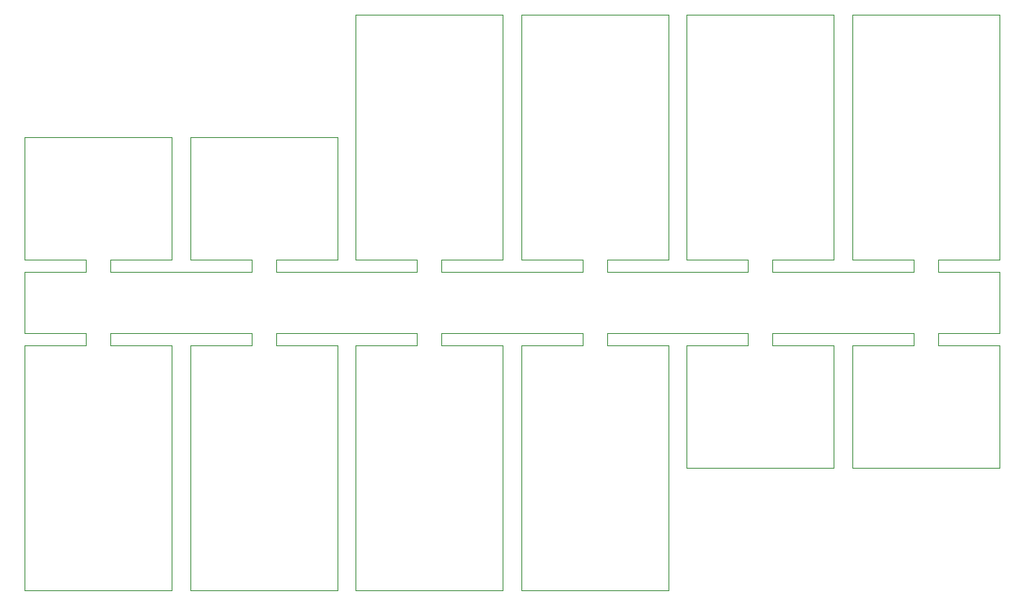
<source format=gbr>
%TF.GenerationSoftware,KiCad,Pcbnew,8.0.6-8.0.6-0~ubuntu24.04.1*%
%TF.CreationDate,2024-10-24T14:27:10-04:00*%
%TF.ProjectId,panel,70616e65-6c2e-46b6-9963-61645f706362,rev?*%
%TF.SameCoordinates,Original*%
%TF.FileFunction,Profile,NP*%
%FSLAX46Y46*%
G04 Gerber Fmt 4.6, Leading zero omitted, Abs format (unit mm)*
G04 Created by KiCad (PCBNEW 8.0.6-8.0.6-0~ubuntu24.04.1) date 2024-10-24 14:27:10*
%MOMM*%
%LPD*%
G01*
G04 APERTURE LIST*
%TA.AperFunction,Profile*%
%ADD10C,0.050000*%
%TD*%
G04 APERTURE END LIST*
D10*
X153035000Y-65405000D02*
X153035000Y-62230000D01*
X153035000Y-62230000D02*
X146685000Y-62230000D01*
X92710000Y-62230000D02*
X92710000Y-60960000D01*
X58420000Y-60960000D02*
X52070000Y-60960000D01*
X75565000Y-62230000D02*
X60960000Y-62230000D01*
X84455000Y-60960000D02*
X78105000Y-60960000D01*
X78105000Y-60960000D02*
X78105000Y-62230000D01*
X109855000Y-62230000D02*
X95250000Y-62230000D01*
X58420000Y-62230000D02*
X58420000Y-60960000D01*
X75565000Y-62230000D02*
X75565000Y-60960000D01*
X75565000Y-60960000D02*
X69215000Y-60960000D01*
X135890000Y-60960000D02*
X129540000Y-60960000D01*
X127000000Y-62230000D02*
X112395000Y-62230000D01*
X112395000Y-60960000D02*
X112395000Y-62230000D01*
X109855000Y-62230000D02*
X109855000Y-60960000D01*
X109855000Y-60960000D02*
X103505000Y-60960000D01*
X129540000Y-60960000D02*
X129540000Y-62230000D01*
X92710000Y-60960000D02*
X86360000Y-60960000D01*
X58420000Y-62230000D02*
X52070000Y-62230000D01*
X52070000Y-62230000D02*
X52070000Y-65405000D01*
X92710000Y-62230000D02*
X78105000Y-62230000D01*
X144145000Y-62230000D02*
X129540000Y-62230000D01*
X118745000Y-60960000D02*
X112395000Y-60960000D01*
X127000000Y-62230000D02*
X127000000Y-60960000D01*
X95250000Y-60960000D02*
X95250000Y-62230000D01*
X101600000Y-60960000D02*
X95250000Y-60960000D01*
X127000000Y-60960000D02*
X120650000Y-60960000D01*
X146685000Y-60960000D02*
X146685000Y-62230000D01*
X67310000Y-60960000D02*
X67310000Y-48260000D01*
X67310000Y-48260000D02*
X52070000Y-48260000D01*
X52070000Y-60960000D02*
X52070000Y-48260000D01*
X118745000Y-35560000D02*
X118745000Y-60960000D01*
X103505000Y-35560000D02*
X118745000Y-35560000D01*
X103505000Y-53975000D02*
X103505000Y-53975000D01*
X103505000Y-60960000D02*
X103505000Y-35560000D01*
X60960000Y-60960000D02*
X60960000Y-62230000D01*
X144145000Y-62230000D02*
X144145000Y-60960000D01*
X67310000Y-60960000D02*
X60960000Y-60960000D01*
X144145000Y-60960000D02*
X137795000Y-60960000D01*
X153035000Y-35560000D02*
X153035000Y-60960000D01*
X137795000Y-35560000D02*
X153035000Y-35560000D01*
X137795000Y-53975000D02*
X137795000Y-53975000D01*
X137795000Y-60960000D02*
X137795000Y-35560000D01*
X101600000Y-35560000D02*
X101600000Y-60960000D01*
X84455000Y-60960000D02*
X84455000Y-48260000D01*
X86360000Y-35560000D02*
X101600000Y-35560000D01*
X86360000Y-53975000D02*
X86360000Y-53975000D01*
X86360000Y-60960000D02*
X86360000Y-35560000D01*
X84455000Y-48260000D02*
X69215000Y-48260000D01*
X69215000Y-60960000D02*
X69215000Y-48260000D01*
X135890000Y-35560000D02*
X135890000Y-60960000D01*
X120650000Y-35560000D02*
X135890000Y-35560000D01*
X120650000Y-53975000D02*
X120650000Y-53975000D01*
X120650000Y-60960000D02*
X120650000Y-35560000D01*
X153035000Y-60960000D02*
X146685000Y-60960000D01*
X52070000Y-68580000D02*
X58420000Y-68580000D01*
X52070000Y-65405000D02*
X52070000Y-68580000D01*
X153035000Y-68580000D02*
X153035000Y-65405000D01*
X146685000Y-68580000D02*
X153035000Y-68580000D01*
X137795000Y-69850000D02*
X144145000Y-69850000D01*
X144145000Y-69850000D02*
X144145000Y-68580000D01*
X146685000Y-68580000D02*
X146685000Y-69850000D01*
X146685000Y-69850000D02*
X153035000Y-69850000D01*
X129540000Y-68580000D02*
X144145000Y-68580000D01*
X129540000Y-68580000D02*
X129540000Y-69850000D01*
X112395000Y-68580000D02*
X127000000Y-68580000D01*
X129540000Y-69850000D02*
X135890000Y-69850000D01*
X127000000Y-69850000D02*
X127000000Y-68580000D01*
X120650000Y-69850000D02*
X127000000Y-69850000D01*
X95250000Y-68580000D02*
X109855000Y-68580000D01*
X109855000Y-69850000D02*
X109855000Y-68580000D01*
X112395000Y-68580000D02*
X112395000Y-69850000D01*
X112395000Y-69850000D02*
X118745000Y-69850000D01*
X103505000Y-69850000D02*
X109855000Y-69850000D01*
X86360000Y-69850000D02*
X92710000Y-69850000D01*
X92710000Y-69850000D02*
X92710000Y-68580000D01*
X78105000Y-68580000D02*
X92710000Y-68580000D01*
X95250000Y-68580000D02*
X95250000Y-69850000D01*
X95250000Y-69850000D02*
X101600000Y-69850000D01*
X60960000Y-68580000D02*
X75565000Y-68580000D01*
X75565000Y-69850000D02*
X75565000Y-68580000D01*
X78105000Y-68580000D02*
X78105000Y-69850000D01*
X78105000Y-69850000D02*
X84455000Y-69850000D01*
X69215000Y-69850000D02*
X75565000Y-69850000D01*
X60960000Y-69850000D02*
X67310000Y-69850000D01*
X60960000Y-68580000D02*
X60960000Y-69850000D01*
X58420000Y-69850000D02*
X58420000Y-68580000D01*
X52070000Y-69850000D02*
X58420000Y-69850000D01*
X52070000Y-95250000D02*
X52070000Y-69850000D01*
X67310000Y-95250000D02*
X52070000Y-95250000D01*
X67310000Y-76835000D02*
X67310000Y-76835000D01*
X67310000Y-69850000D02*
X67310000Y-95250000D01*
X69215000Y-95250000D02*
X69215000Y-69850000D01*
X84455000Y-95250000D02*
X69215000Y-95250000D01*
X84455000Y-76835000D02*
X84455000Y-76835000D01*
X84455000Y-69850000D02*
X84455000Y-95250000D01*
X86360000Y-95250000D02*
X86360000Y-69850000D01*
X101600000Y-95250000D02*
X86360000Y-95250000D01*
X101600000Y-76835000D02*
X101600000Y-76835000D01*
X101600000Y-69850000D02*
X101600000Y-95250000D01*
X137795000Y-69850000D02*
X137795000Y-82550000D01*
X137795000Y-82550000D02*
X153035000Y-82550000D01*
X153035000Y-69850000D02*
X153035000Y-82550000D01*
X135890000Y-69850000D02*
X135890000Y-82550000D01*
X120650000Y-82550000D02*
X135890000Y-82550000D01*
X118745000Y-69850000D02*
X118745000Y-95250000D01*
X118745000Y-76835000D02*
X118745000Y-76835000D01*
X118745000Y-95250000D02*
X103505000Y-95250000D01*
X120650000Y-69850000D02*
X120650000Y-82550000D01*
X103505000Y-95250000D02*
X103505000Y-69850000D01*
M02*

</source>
